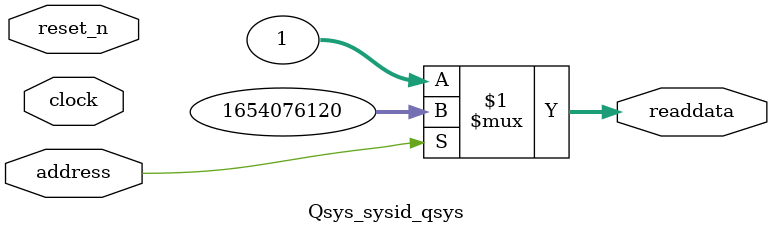
<source format=v>



// synthesis translate_off
`timescale 1ns / 1ps
// synthesis translate_on

// turn off superfluous verilog processor warnings 
// altera message_level Level1 
// altera message_off 10034 10035 10036 10037 10230 10240 10030 

module Qsys_sysid_qsys (
               // inputs:
                address,
                clock,
                reset_n,

               // outputs:
                readdata
             )
;

  output  [ 31: 0] readdata;
  input            address;
  input            clock;
  input            reset_n;

  wire    [ 31: 0] readdata;
  //control_slave, which is an e_avalon_slave
  assign readdata = address ? 1654076120 : 1;

endmodule



</source>
